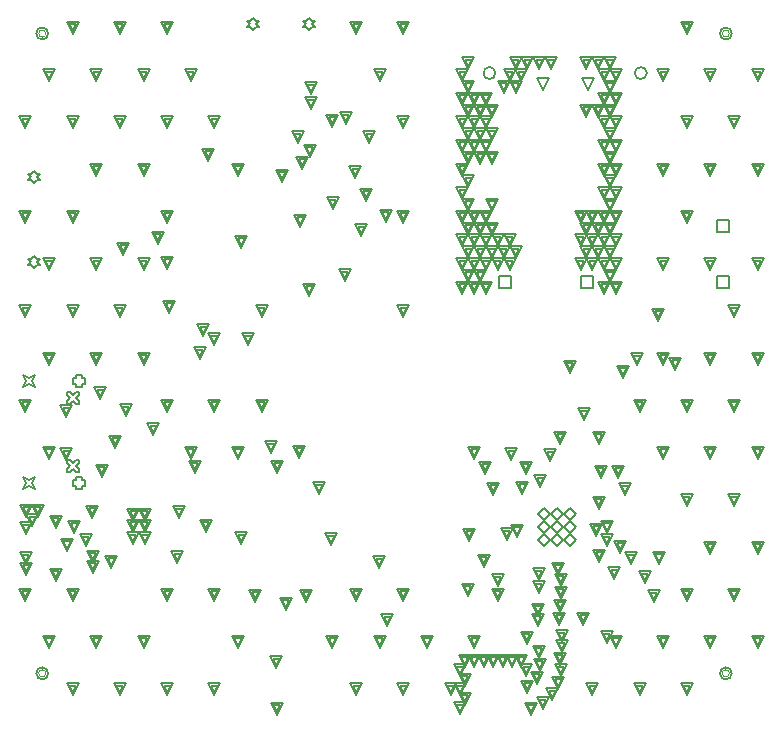
<source format=gbr>
%TF.GenerationSoftware,Altium Limited,Altium Designer,24.4.1 (13)*%
G04 Layer_Color=2752767*
%FSLAX45Y45*%
%MOMM*%
%TF.SameCoordinates,EFC9E65E-F59A-4C70-970D-A36E2AA460D7*%
%TF.FilePolarity,Positive*%
%TF.FileFunction,Drawing*%
%TF.Part,Single*%
G01*
G75*
%TA.AperFunction,NonConductor*%
%ADD78C,0.12700*%
%ADD162C,0.16933*%
%ADD164C,0.10160*%
D78*
X7560000Y9476700D02*
X7509200Y9578300D01*
X7610800D01*
X7560000Y9476700D01*
X7179000D02*
X7128200Y9578300D01*
X7229800D01*
X7179000Y9476700D01*
X2872500Y7969200D02*
X2897900Y7994600D01*
X2923300D01*
X2897900Y8020000D01*
X2923300Y8045400D01*
X2897900D01*
X2872500Y8070800D01*
X2847100Y8045400D01*
X2821700D01*
X2847100Y8020000D01*
X2821700Y7994600D01*
X2847100D01*
X2872500Y7969200D01*
Y8689200D02*
X2897900Y8714600D01*
X2923300D01*
X2897900Y8740000D01*
X2923300Y8765400D01*
X2897900D01*
X2872500Y8790800D01*
X2847100Y8765400D01*
X2821700D01*
X2847100Y8740000D01*
X2821700Y8714600D01*
X2847100D01*
X2872500Y8689200D01*
X5197500Y9979200D02*
X5222900Y10004600D01*
X5248300D01*
X5222900Y10030000D01*
X5248300Y10055400D01*
X5222900D01*
X5197500Y10080800D01*
X5172100Y10055400D01*
X5146700D01*
X5172100Y10030000D01*
X5146700Y10004600D01*
X5172100D01*
X5197500Y9979200D01*
X4727500D02*
X4752900Y10004600D01*
X4778300D01*
X4752900Y10030000D01*
X4778300Y10055400D01*
X4752900D01*
X4727500Y10080800D01*
X4702100Y10055400D01*
X4676700D01*
X4702100Y10030000D01*
X4676700Y10004600D01*
X4702100D01*
X4727500Y9979200D01*
X2783700Y6961700D02*
X2809100Y7012500D01*
X2783700Y7063300D01*
X2834500Y7037900D01*
X2885300Y7063300D01*
X2859900Y7012500D01*
X2885300Y6961700D01*
X2834500Y6987100D01*
X2783700Y6961700D01*
Y6097700D02*
X2809100Y6148500D01*
X2783700Y6199300D01*
X2834500Y6173900D01*
X2885300Y6199300D01*
X2859900Y6148500D01*
X2885300Y6097700D01*
X2834500Y6123100D01*
X2783700Y6097700D01*
X3227100Y6987100D02*
Y6961700D01*
X3277900D01*
Y6987100D01*
X3303300D01*
Y7037900D01*
X3277900D01*
Y7063300D01*
X3227100D01*
Y7037900D01*
X3201700D01*
Y6987100D01*
X3227100D01*
Y6123100D02*
Y6097700D01*
X3277900D01*
Y6123100D01*
X3303300D01*
Y6173900D01*
X3277900D01*
Y6199300D01*
X3227100D01*
Y6173900D01*
X3201700D01*
Y6123100D01*
X3227100D01*
X3151700Y6240700D02*
X3177100D01*
X3202500Y6266100D01*
X3227900Y6240700D01*
X3253300D01*
Y6266100D01*
X3227900Y6291500D01*
X3253300Y6316900D01*
Y6342300D01*
X3227900D01*
X3202500Y6316900D01*
X3177100Y6342300D01*
X3151700D01*
Y6316900D01*
X3177100Y6291500D01*
X3151700Y6266100D01*
Y6240700D01*
Y6818700D02*
X3177100D01*
X3202500Y6844100D01*
X3227900Y6818700D01*
X3253300D01*
Y6844100D01*
X3227900Y6869500D01*
X3253300Y6894900D01*
Y6920300D01*
X3227900D01*
X3202500Y6894900D01*
X3177100Y6920300D01*
X3151700D01*
Y6894900D01*
X3177100Y6869500D01*
X3151700Y6844100D01*
Y6818700D01*
X8658344Y8269610D02*
Y8371210D01*
X8759944D01*
Y8269610D01*
X8658344D01*
Y7799710D02*
Y7901310D01*
X8759944D01*
Y7799710D01*
X8658344D01*
X7507724D02*
Y7901310D01*
X7609324D01*
Y7799710D01*
X7507724D01*
X6806684D02*
Y7901310D01*
X6908284D01*
Y7799710D01*
X6806684D01*
X4627500Y8136700D02*
X4576700Y8238300D01*
X4678300D01*
X4627500Y8136700D01*
Y8157020D02*
X4597020Y8217980D01*
X4657980D01*
X4627500Y8157020D01*
X4305000Y7389200D02*
X4254200Y7490800D01*
X4355800D01*
X4305000Y7389200D01*
Y7409520D02*
X4274520Y7470480D01*
X4335480D01*
X4305000Y7409520D01*
X4972500Y8699200D02*
X4921700Y8800800D01*
X5023300D01*
X4972500Y8699200D01*
Y8719520D02*
X4942020Y8780480D01*
X5002980D01*
X4972500Y8719520D01*
X7860000Y7036700D02*
X7809200Y7138300D01*
X7910800D01*
X7860000Y7036700D01*
Y7057020D02*
X7829520Y7117980D01*
X7890480D01*
X7860000Y7057020D01*
X4932500Y6234200D02*
X4881700Y6335800D01*
X4983300D01*
X4932500Y6234200D01*
Y6254520D02*
X4902020Y6315480D01*
X4962980D01*
X4932500Y6254520D01*
X8160000Y7519200D02*
X8109200Y7620800D01*
X8210800D01*
X8160000Y7519200D01*
Y7539520D02*
X8129520Y7600480D01*
X8190480D01*
X8160000Y7539520D01*
X7655000Y6476700D02*
X7604200Y6578300D01*
X7705800D01*
X7655000Y6476700D01*
Y6497020D02*
X7624520Y6557980D01*
X7685480D01*
X7655000Y6497020D01*
X7528816Y6678016D02*
X7478016Y6779616D01*
X7579616D01*
X7528816Y6678016D01*
Y6698336D02*
X7498336Y6759296D01*
X7559296D01*
X7528816Y6698336D01*
X7408628Y7080327D02*
X7357828Y7181927D01*
X7459428D01*
X7408628Y7080327D01*
Y7100647D02*
X7378148Y7161607D01*
X7439108D01*
X7408628Y7100647D01*
X7045000Y4786700D02*
X6994200Y4888300D01*
X7095800D01*
X7045000Y4786700D01*
Y4807020D02*
X7014520Y4867980D01*
X7075480D01*
X7045000Y4807020D01*
X8999999Y9549199D02*
X8949199Y9650799D01*
X9050799D01*
X8999999Y9549199D01*
Y9569519D02*
X8969519Y9630479D01*
X9030479D01*
X8999999Y9569519D01*
X8799999Y9149199D02*
X8749199Y9250799D01*
X8850799D01*
X8799999Y9149199D01*
Y9169519D02*
X8769519Y9230479D01*
X8830479D01*
X8799999Y9169519D01*
X8999999Y8749199D02*
X8949199Y8850799D01*
X9050799D01*
X8999999Y8749199D01*
Y8769519D02*
X8969519Y8830479D01*
X9030479D01*
X8999999Y8769519D01*
Y7949199D02*
X8949199Y8050799D01*
X9050799D01*
X8999999Y7949199D01*
Y7969519D02*
X8969519Y8030479D01*
X9030479D01*
X8999999Y7969519D01*
X8799999Y7549199D02*
X8749199Y7650799D01*
X8850799D01*
X8799999Y7549199D01*
Y7569519D02*
X8769519Y7630479D01*
X8830479D01*
X8799999Y7569519D01*
X8999999Y7149199D02*
X8949199Y7250799D01*
X9050799D01*
X8999999Y7149199D01*
Y7169519D02*
X8969519Y7230479D01*
X9030479D01*
X8999999Y7169519D01*
X8799999Y6749199D02*
X8749199Y6850799D01*
X8850799D01*
X8799999Y6749199D01*
Y6769519D02*
X8769519Y6830479D01*
X8830479D01*
X8799999Y6769519D01*
X8999999Y6349199D02*
X8949199Y6450799D01*
X9050799D01*
X8999999Y6349199D01*
Y6369519D02*
X8969519Y6430479D01*
X9030479D01*
X8999999Y6369519D01*
X8799999Y5949199D02*
X8749199Y6050799D01*
X8850799D01*
X8799999Y5949199D01*
Y5969519D02*
X8769519Y6030479D01*
X8830479D01*
X8799999Y5969519D01*
X8999999Y5549199D02*
X8949199Y5650799D01*
X9050799D01*
X8999999Y5549199D01*
Y5569519D02*
X8969519Y5630479D01*
X9030479D01*
X8999999Y5569519D01*
X8799999Y5149200D02*
X8749199Y5250800D01*
X8850799D01*
X8799999Y5149200D01*
Y5169520D02*
X8769519Y5230480D01*
X8830479D01*
X8799999Y5169520D01*
X8999999Y4749200D02*
X8949199Y4850800D01*
X9050799D01*
X8999999Y4749200D01*
Y4769520D02*
X8969519Y4830480D01*
X9030479D01*
X8999999Y4769520D01*
X8399999Y9949199D02*
X8349199Y10050799D01*
X8450799D01*
X8399999Y9949199D01*
Y9969519D02*
X8369519Y10030479D01*
X8430479D01*
X8399999Y9969519D01*
X8599999Y9549199D02*
X8549199Y9650799D01*
X8650799D01*
X8599999Y9549199D01*
Y9569519D02*
X8569519Y9630479D01*
X8630479D01*
X8599999Y9569519D01*
X8399999Y9149199D02*
X8349199Y9250799D01*
X8450799D01*
X8399999Y9149199D01*
Y9169519D02*
X8369519Y9230479D01*
X8430479D01*
X8399999Y9169519D01*
X8599999Y8749199D02*
X8549199Y8850799D01*
X8650799D01*
X8599999Y8749199D01*
Y8769519D02*
X8569519Y8830479D01*
X8630479D01*
X8599999Y8769519D01*
X8399999Y8349199D02*
X8349199Y8450799D01*
X8450799D01*
X8399999Y8349199D01*
Y8369519D02*
X8369519Y8430479D01*
X8430479D01*
X8399999Y8369519D01*
X8599999Y7949199D02*
X8549199Y8050799D01*
X8650799D01*
X8599999Y7949199D01*
Y7969519D02*
X8569519Y8030479D01*
X8630479D01*
X8599999Y7969519D01*
Y7149199D02*
X8549199Y7250799D01*
X8650799D01*
X8599999Y7149199D01*
Y7169519D02*
X8569519Y7230479D01*
X8630479D01*
X8599999Y7169519D01*
X8399999Y6749199D02*
X8349199Y6850799D01*
X8450799D01*
X8399999Y6749199D01*
Y6769519D02*
X8369519Y6830479D01*
X8430479D01*
X8399999Y6769519D01*
X8599999Y6349199D02*
X8549199Y6450799D01*
X8650799D01*
X8599999Y6349199D01*
Y6369519D02*
X8569519Y6430479D01*
X8630479D01*
X8599999Y6369519D01*
X8399999Y5949199D02*
X8349199Y6050799D01*
X8450799D01*
X8399999Y5949199D01*
Y5969519D02*
X8369519Y6030479D01*
X8430479D01*
X8399999Y5969519D01*
X8599999Y5549199D02*
X8549199Y5650799D01*
X8650799D01*
X8599999Y5549199D01*
Y5569519D02*
X8569519Y5630479D01*
X8630479D01*
X8599999Y5569519D01*
X8399999Y5149200D02*
X8349199Y5250800D01*
X8450799D01*
X8399999Y5149200D01*
Y5169520D02*
X8369519Y5230480D01*
X8430479D01*
X8399999Y5169520D01*
X8599999Y4749200D02*
X8549199Y4850800D01*
X8650799D01*
X8599999Y4749200D01*
Y4769520D02*
X8569519Y4830480D01*
X8630479D01*
X8599999Y4769520D01*
X8399999Y4349200D02*
X8349199Y4450800D01*
X8450799D01*
X8399999Y4349200D01*
Y4369520D02*
X8369519Y4430480D01*
X8430479D01*
X8399999Y4369520D01*
X8199999Y9549199D02*
X8149199Y9650799D01*
X8250799D01*
X8199999Y9549199D01*
Y9569519D02*
X8169519Y9630479D01*
X8230479D01*
X8199999Y9569519D01*
Y8749199D02*
X8149199Y8850799D01*
X8250799D01*
X8199999Y8749199D01*
Y8769519D02*
X8169519Y8830479D01*
X8230479D01*
X8199999Y8769519D01*
Y7949199D02*
X8149199Y8050799D01*
X8250799D01*
X8199999Y7949199D01*
Y7969519D02*
X8169519Y8030479D01*
X8230479D01*
X8199999Y7969519D01*
Y7149199D02*
X8149199Y7250799D01*
X8250799D01*
X8199999Y7149199D01*
Y7169519D02*
X8169519Y7230479D01*
X8230479D01*
X8199999Y7169519D01*
X7999999Y6749199D02*
X7949199Y6850799D01*
X8050799D01*
X7999999Y6749199D01*
Y6769519D02*
X7969519Y6830479D01*
X8030479D01*
X7999999Y6769519D01*
X8199999Y6349199D02*
X8149199Y6450799D01*
X8250799D01*
X8199999Y6349199D01*
Y6369519D02*
X8169519Y6430479D01*
X8230479D01*
X8199999Y6369519D01*
Y4749200D02*
X8149199Y4850800D01*
X8250799D01*
X8199999Y4749200D01*
Y4769520D02*
X8169519Y4830480D01*
X8230479D01*
X8199999Y4769520D01*
X7999999Y4349200D02*
X7949199Y4450800D01*
X8050799D01*
X7999999Y4349200D01*
Y4369520D02*
X7969519Y4430480D01*
X8030479D01*
X7999999Y4369520D01*
X7799999Y4749200D02*
X7749199Y4850800D01*
X7850799D01*
X7799999Y4749200D01*
Y4769520D02*
X7769519Y4830480D01*
X7830479D01*
X7799999Y4769520D01*
X7599999Y4349200D02*
X7549199Y4450800D01*
X7650799D01*
X7599999Y4349200D01*
Y4369520D02*
X7569519Y4430480D01*
X7630479D01*
X7599999Y4369520D01*
X6799999Y5149200D02*
X6749199Y5250800D01*
X6850799D01*
X6799999Y5149200D01*
Y5169520D02*
X6769519Y5230480D01*
X6830479D01*
X6799999Y5169520D01*
X6599999Y6349199D02*
X6549199Y6450799D01*
X6650799D01*
X6599999Y6349199D01*
Y6369519D02*
X6569519Y6430479D01*
X6630479D01*
X6599999Y6369519D01*
Y4749200D02*
X6549199Y4850800D01*
X6650799D01*
X6599999Y4749200D01*
Y4769520D02*
X6569519Y4830480D01*
X6630479D01*
X6599999Y4769520D01*
X6399999Y4349200D02*
X6349199Y4450800D01*
X6450799D01*
X6399999Y4349200D01*
Y4369520D02*
X6369519Y4430480D01*
X6430479D01*
X6399999Y4369520D01*
X5999999Y9949199D02*
X5949199Y10050799D01*
X6050799D01*
X5999999Y9949199D01*
Y9969519D02*
X5969519Y10030479D01*
X6030479D01*
X5999999Y9969519D01*
Y9149199D02*
X5949199Y9250799D01*
X6050799D01*
X5999999Y9149199D01*
Y9169519D02*
X5969519Y9230479D01*
X6030479D01*
X5999999Y9169519D01*
Y8349199D02*
X5949199Y8450799D01*
X6050799D01*
X5999999Y8349199D01*
Y8369519D02*
X5969519Y8430479D01*
X6030479D01*
X5999999Y8369519D01*
Y7549199D02*
X5949199Y7650799D01*
X6050799D01*
X5999999Y7549199D01*
Y7569519D02*
X5969519Y7630479D01*
X6030479D01*
X5999999Y7569519D01*
Y5149200D02*
X5949199Y5250800D01*
X6050799D01*
X5999999Y5149200D01*
Y5169520D02*
X5969519Y5230480D01*
X6030479D01*
X5999999Y5169520D01*
X6199999Y4749200D02*
X6149199Y4850800D01*
X6250799D01*
X6199999Y4749200D01*
Y4769520D02*
X6169519Y4830480D01*
X6230479D01*
X6199999Y4769520D01*
X5999999Y4349200D02*
X5949199Y4450800D01*
X6050799D01*
X5999999Y4349200D01*
Y4369520D02*
X5969519Y4430480D01*
X6030479D01*
X5999999Y4369520D01*
X5599999Y9949199D02*
X5549199Y10050799D01*
X5650799D01*
X5599999Y9949199D01*
Y9969519D02*
X5569519Y10030479D01*
X5630479D01*
X5599999Y9969519D01*
X5799999Y9549199D02*
X5749199Y9650799D01*
X5850799D01*
X5799999Y9549199D01*
Y9569519D02*
X5769519Y9630479D01*
X5830479D01*
X5799999Y9569519D01*
X5599999Y5149200D02*
X5549199Y5250800D01*
X5650799D01*
X5599999Y5149200D01*
Y5169520D02*
X5569519Y5230480D01*
X5630479D01*
X5599999Y5169520D01*
X5799999Y4749200D02*
X5749199Y4850800D01*
X5850799D01*
X5799999Y4749200D01*
Y4769520D02*
X5769519Y4830480D01*
X5830479D01*
X5799999Y4769520D01*
X5599999Y4349200D02*
X5549199Y4450800D01*
X5650799D01*
X5599999Y4349200D01*
Y4369520D02*
X5569519Y4430480D01*
X5630479D01*
X5599999Y4369520D01*
X5399999Y4749200D02*
X5349199Y4850800D01*
X5450799D01*
X5399999Y4749200D01*
Y4769520D02*
X5369519Y4830480D01*
X5430479D01*
X5399999Y4769520D01*
X4800000Y7549199D02*
X4749200Y7650799D01*
X4850800D01*
X4800000Y7549199D01*
Y7569519D02*
X4769520Y7630479D01*
X4830480D01*
X4800000Y7569519D01*
Y6749199D02*
X4749200Y6850799D01*
X4850800D01*
X4800000Y6749199D01*
Y6769519D02*
X4769520Y6830479D01*
X4830480D01*
X4800000Y6769519D01*
X4400000Y9149199D02*
X4349200Y9250799D01*
X4450800D01*
X4400000Y9149199D01*
Y9169519D02*
X4369520Y9230479D01*
X4430480D01*
X4400000Y9169519D01*
X4599999Y8749199D02*
X4549199Y8850799D01*
X4650799D01*
X4599999Y8749199D01*
Y8769519D02*
X4569519Y8830479D01*
X4630479D01*
X4599999Y8769519D01*
X4400000Y6749199D02*
X4349200Y6850799D01*
X4450800D01*
X4400000Y6749199D01*
Y6769519D02*
X4369520Y6830479D01*
X4430480D01*
X4400000Y6769519D01*
X4599999Y6349199D02*
X4549199Y6450799D01*
X4650799D01*
X4599999Y6349199D01*
Y6369519D02*
X4569519Y6430479D01*
X4630479D01*
X4599999Y6369519D01*
X4400000Y5149200D02*
X4349200Y5250800D01*
X4450800D01*
X4400000Y5149200D01*
Y5169520D02*
X4369520Y5230480D01*
X4430480D01*
X4400000Y5169520D01*
X4599999Y4749200D02*
X4549199Y4850800D01*
X4650799D01*
X4599999Y4749200D01*
Y4769520D02*
X4569519Y4830480D01*
X4630479D01*
X4599999Y4769520D01*
X4400000Y4349200D02*
X4349200Y4450800D01*
X4450800D01*
X4400000Y4349200D01*
Y4369520D02*
X4369520Y4430480D01*
X4430480D01*
X4400000Y4369520D01*
X4000000Y9949199D02*
X3949200Y10050799D01*
X4050800D01*
X4000000Y9949199D01*
Y9969519D02*
X3969520Y10030479D01*
X4030480D01*
X4000000Y9969519D01*
X4199999Y9549199D02*
X4149199Y9650799D01*
X4250799D01*
X4199999Y9549199D01*
Y9569519D02*
X4169519Y9630479D01*
X4230479D01*
X4199999Y9569519D01*
X4000000Y9149199D02*
X3949200Y9250799D01*
X4050800D01*
X4000000Y9149199D01*
Y9169519D02*
X3969520Y9230479D01*
X4030480D01*
X4000000Y9169519D01*
Y8349199D02*
X3949200Y8450799D01*
X4050800D01*
X4000000Y8349199D01*
Y8369519D02*
X3969520Y8430479D01*
X4030480D01*
X4000000Y8369519D01*
Y6749199D02*
X3949200Y6850799D01*
X4050800D01*
X4000000Y6749199D01*
Y6769519D02*
X3969520Y6830479D01*
X4030480D01*
X4000000Y6769519D01*
X4199999Y6349199D02*
X4149199Y6450799D01*
X4250799D01*
X4199999Y6349199D01*
Y6369519D02*
X4169519Y6430479D01*
X4230479D01*
X4199999Y6369519D01*
X4000000Y5149200D02*
X3949200Y5250800D01*
X4050800D01*
X4000000Y5149200D01*
Y5169520D02*
X3969520Y5230480D01*
X4030480D01*
X4000000Y5169520D01*
Y4349200D02*
X3949200Y4450800D01*
X4050800D01*
X4000000Y4349200D01*
Y4369520D02*
X3969520Y4430480D01*
X4030480D01*
X4000000Y4369520D01*
X3600000Y9949199D02*
X3549200Y10050799D01*
X3650800D01*
X3600000Y9949199D01*
Y9969519D02*
X3569520Y10030479D01*
X3630480D01*
X3600000Y9969519D01*
X3800000Y9549199D02*
X3749200Y9650799D01*
X3850800D01*
X3800000Y9549199D01*
Y9569519D02*
X3769520Y9630479D01*
X3830480D01*
X3800000Y9569519D01*
X3600000Y9149199D02*
X3549200Y9250799D01*
X3650800D01*
X3600000Y9149199D01*
Y9169519D02*
X3569520Y9230479D01*
X3630480D01*
X3600000Y9169519D01*
X3800000Y8749199D02*
X3749200Y8850799D01*
X3850800D01*
X3800000Y8749199D01*
Y8769519D02*
X3769520Y8830479D01*
X3830480D01*
X3800000Y8769519D01*
Y7949199D02*
X3749200Y8050799D01*
X3850800D01*
X3800000Y7949199D01*
Y7969519D02*
X3769520Y8030479D01*
X3830480D01*
X3800000Y7969519D01*
X3600000Y7549199D02*
X3549200Y7650799D01*
X3650800D01*
X3600000Y7549199D01*
Y7569519D02*
X3569520Y7630479D01*
X3630480D01*
X3600000Y7569519D01*
X3800000Y7149199D02*
X3749200Y7250799D01*
X3850800D01*
X3800000Y7149199D01*
Y7169519D02*
X3769520Y7230479D01*
X3830480D01*
X3800000Y7169519D01*
Y4749200D02*
X3749200Y4850800D01*
X3850800D01*
X3800000Y4749200D01*
Y4769520D02*
X3769520Y4830480D01*
X3830480D01*
X3800000Y4769520D01*
X3600000Y4349200D02*
X3549200Y4450800D01*
X3650800D01*
X3600000Y4349200D01*
Y4369520D02*
X3569520Y4430480D01*
X3630480D01*
X3600000Y4369520D01*
X3200000Y9949199D02*
X3149200Y10050799D01*
X3250800D01*
X3200000Y9949199D01*
Y9969519D02*
X3169520Y10030479D01*
X3230480D01*
X3200000Y9969519D01*
X3400000Y9549199D02*
X3349200Y9650799D01*
X3450800D01*
X3400000Y9549199D01*
Y9569519D02*
X3369520Y9630479D01*
X3430480D01*
X3400000Y9569519D01*
X3200000Y9149199D02*
X3149200Y9250799D01*
X3250800D01*
X3200000Y9149199D01*
Y9169519D02*
X3169520Y9230479D01*
X3230480D01*
X3200000Y9169519D01*
X3400000Y8749199D02*
X3349200Y8850799D01*
X3450800D01*
X3400000Y8749199D01*
Y8769519D02*
X3369520Y8830479D01*
X3430480D01*
X3400000Y8769519D01*
X3200000Y8349199D02*
X3149200Y8450799D01*
X3250800D01*
X3200000Y8349199D01*
Y8369519D02*
X3169520Y8430479D01*
X3230480D01*
X3200000Y8369519D01*
X3400000Y7949199D02*
X3349200Y8050799D01*
X3450800D01*
X3400000Y7949199D01*
Y7969519D02*
X3369520Y8030479D01*
X3430480D01*
X3400000Y7969519D01*
X3200000Y7549199D02*
X3149200Y7650799D01*
X3250800D01*
X3200000Y7549199D01*
Y7569519D02*
X3169520Y7630479D01*
X3230480D01*
X3200000Y7569519D01*
X3400000Y7149199D02*
X3349200Y7250799D01*
X3450800D01*
X3400000Y7149199D01*
Y7169519D02*
X3369520Y7230479D01*
X3430480D01*
X3400000Y7169519D01*
X3200000Y5149200D02*
X3149200Y5250800D01*
X3250800D01*
X3200000Y5149200D01*
Y5169520D02*
X3169520Y5230480D01*
X3230480D01*
X3200000Y5169520D01*
X3400000Y4749200D02*
X3349200Y4850800D01*
X3450800D01*
X3400000Y4749200D01*
Y4769520D02*
X3369520Y4830480D01*
X3430480D01*
X3400000Y4769520D01*
X3200000Y4349200D02*
X3149200Y4450800D01*
X3250800D01*
X3200000Y4349200D01*
Y4369520D02*
X3169520Y4430480D01*
X3230480D01*
X3200000Y4369520D01*
X3000000Y9549199D02*
X2949200Y9650799D01*
X3050800D01*
X3000000Y9549199D01*
Y9569519D02*
X2969520Y9630479D01*
X3030480D01*
X3000000Y9569519D01*
X2800000Y9149199D02*
X2749200Y9250799D01*
X2850800D01*
X2800000Y9149199D01*
Y9169519D02*
X2769520Y9230479D01*
X2830480D01*
X2800000Y9169519D01*
Y8349199D02*
X2749200Y8450799D01*
X2850800D01*
X2800000Y8349199D01*
Y8369519D02*
X2769520Y8430479D01*
X2830480D01*
X2800000Y8369519D01*
X3000000Y7949199D02*
X2949200Y8050799D01*
X3050800D01*
X3000000Y7949199D01*
Y7969519D02*
X2969520Y8030479D01*
X3030480D01*
X3000000Y7969519D01*
X2800000Y7549199D02*
X2749200Y7650799D01*
X2850800D01*
X2800000Y7549199D01*
Y7569519D02*
X2769520Y7630479D01*
X2830480D01*
X2800000Y7569519D01*
X3000000Y7149199D02*
X2949200Y7250799D01*
X3050800D01*
X3000000Y7149199D01*
Y7169519D02*
X2969520Y7230479D01*
X3030480D01*
X3000000Y7169519D01*
X2800000Y6749199D02*
X2749200Y6850799D01*
X2850800D01*
X2800000Y6749199D01*
Y6769519D02*
X2769520Y6830479D01*
X2830480D01*
X2800000Y6769519D01*
X3000000Y6349199D02*
X2949200Y6450799D01*
X3050800D01*
X3000000Y6349199D01*
Y6369519D02*
X2969520Y6430479D01*
X3030480D01*
X3000000Y6369519D01*
X2800000Y5149200D02*
X2749200Y5250800D01*
X2850800D01*
X2800000Y5149200D01*
Y5169520D02*
X2769520Y5230480D01*
X2830480D01*
X2800000Y5169520D01*
X3000000Y4749200D02*
X2949200Y4850800D01*
X3050800D01*
X3000000Y4749200D01*
Y4769520D02*
X2969520Y4830480D01*
X3030480D01*
X3000000Y4769520D01*
X4927500Y4184200D02*
X4876700Y4285800D01*
X4978300D01*
X4927500Y4184200D01*
Y4204520D02*
X4897020Y4265480D01*
X4957980D01*
X4927500Y4204520D01*
X4925000Y4576700D02*
X4874200Y4678300D01*
X4975800D01*
X4925000Y4576700D01*
Y4597020D02*
X4894520Y4657980D01*
X4955480D01*
X4925000Y4597020D01*
X3630000Y8079200D02*
X3579200Y8180800D01*
X3680800D01*
X3630000Y8079200D01*
Y8099520D02*
X3599520Y8160480D01*
X3660480D01*
X3630000Y8099520D01*
X3920000Y8171700D02*
X3869200Y8273300D01*
X3970800D01*
X3920000Y8171700D01*
Y8192020D02*
X3889520Y8252980D01*
X3950480D01*
X3920000Y8192020D01*
X4347500Y8876700D02*
X4296700Y8978300D01*
X4398300D01*
X4347500Y8876700D01*
Y8897020D02*
X4317020Y8957980D01*
X4377980D01*
X4347500Y8897020D01*
X5400000Y9164200D02*
X5349200Y9265800D01*
X5450800D01*
X5400000Y9164200D01*
Y9184520D02*
X5369520Y9245480D01*
X5430480D01*
X5400000Y9184520D01*
X5105000Y9024200D02*
X5054200Y9125800D01*
X5155800D01*
X5105000Y9024200D01*
Y9044520D02*
X5074520Y9105480D01*
X5135480D01*
X5105000Y9044520D01*
X5207500Y8906700D02*
X5156700Y9008300D01*
X5258300D01*
X5207500Y8906700D01*
Y8927020D02*
X5177020Y8987980D01*
X5237980D01*
X5207500Y8927020D01*
X5127500Y8314200D02*
X5076700Y8415800D01*
X5178300D01*
X5127500Y8314200D01*
Y8334520D02*
X5097020Y8395480D01*
X5157980D01*
X5127500Y8334520D01*
X5642500Y8236700D02*
X5591700Y8338300D01*
X5693300D01*
X5642500Y8236700D01*
Y8257020D02*
X5612020Y8317980D01*
X5672980D01*
X5642500Y8257020D01*
X5505000Y7854200D02*
X5454200Y7955800D01*
X5555800D01*
X5505000Y7854200D01*
Y7874520D02*
X5474520Y7935480D01*
X5535480D01*
X5505000Y7874520D01*
X5205000Y7729200D02*
X5154200Y7830800D01*
X5255800D01*
X5205000Y7729200D01*
Y7749520D02*
X5174520Y7810480D01*
X5235480D01*
X5205000Y7749520D01*
X7977500Y7144200D02*
X7926700Y7245800D01*
X8028300D01*
X7977500Y7144200D01*
Y7164520D02*
X7947020Y7225480D01*
X8007980D01*
X7977500Y7164520D01*
X7525000Y4946700D02*
X7474200Y5048300D01*
X7575800D01*
X7525000Y4946700D01*
Y4967020D02*
X7494520Y5027980D01*
X7555480D01*
X7525000Y4967020D01*
X7720000Y4789200D02*
X7669200Y4890800D01*
X7770800D01*
X7720000Y4789200D01*
Y4809520D02*
X7689520Y4870480D01*
X7750480D01*
X7720000Y4809520D01*
X8045000Y5296700D02*
X7994200Y5398300D01*
X8095800D01*
X8045000Y5296700D01*
Y5317020D02*
X8014520Y5377980D01*
X8075480D01*
X8045000Y5317020D01*
X7820000Y6191700D02*
X7769200Y6293300D01*
X7870800D01*
X7820000Y6191700D01*
Y6212020D02*
X7789520Y6272980D01*
X7850480D01*
X7820000Y6212020D01*
X7875987Y6041168D02*
X7825187Y6142768D01*
X7926787D01*
X7875987Y6041168D01*
Y6061488D02*
X7845507Y6122448D01*
X7906467D01*
X7875987Y6061488D01*
X6912500Y6339200D02*
X6861700Y6440800D01*
X6963300D01*
X6912500Y6339200D01*
Y6359520D02*
X6882020Y6420480D01*
X6942980D01*
X6912500Y6359520D01*
X6762500Y6049200D02*
X6711700Y6150800D01*
X6813300D01*
X6762500Y6049200D01*
Y6069520D02*
X6732020Y6130480D01*
X6792980D01*
X6762500Y6069520D01*
X5865000Y4934200D02*
X5814200Y5035800D01*
X5915800D01*
X5865000Y4934200D01*
Y4954520D02*
X5834520Y5015480D01*
X5895480D01*
X5865000Y4954520D01*
X4627500Y5626700D02*
X4576700Y5728300D01*
X4678300D01*
X4627500Y5626700D01*
Y5647020D02*
X4597020Y5707980D01*
X4657980D01*
X4627500Y5647020D01*
X4327500Y5734200D02*
X4276700Y5835800D01*
X4378300D01*
X4327500Y5734200D01*
Y5754520D02*
X4297020Y5815480D01*
X4357980D01*
X4327500Y5754520D01*
X4100000Y5846700D02*
X4049200Y5948300D01*
X4150800D01*
X4100000Y5846700D01*
Y5867020D02*
X4069520Y5927980D01*
X4130480D01*
X4100000Y5867020D01*
X4235000Y6234200D02*
X4184200Y6335800D01*
X4285800D01*
X4235000Y6234200D01*
Y6254520D02*
X4204520Y6315480D01*
X4265480D01*
X4235000Y6254520D01*
X2802500Y5459200D02*
X2751700Y5560800D01*
X2853300D01*
X2802500Y5459200D01*
Y5479520D02*
X2772020Y5540480D01*
X2832980D01*
X2802500Y5479520D01*
X3310000Y5611700D02*
X3259200Y5713300D01*
X3360800D01*
X3310000Y5611700D01*
Y5632020D02*
X3279520Y5692980D01*
X3340480D01*
X3310000Y5632020D01*
X3212500Y5724200D02*
X3161700Y5825800D01*
X3263300D01*
X3212500Y5724200D01*
Y5744520D02*
X3182020Y5805480D01*
X3242980D01*
X3212500Y5744520D01*
X7137697Y5661382D02*
X7188497Y5712182D01*
X7239297Y5661382D01*
X7188497Y5610582D01*
X7137697Y5661382D01*
Y5771382D02*
X7188497Y5822182D01*
X7239297Y5771382D01*
X7188497Y5720582D01*
X7137697Y5771382D01*
Y5881382D02*
X7188497Y5932182D01*
X7239297Y5881382D01*
X7188497Y5830582D01*
X7137697Y5881382D01*
X7247697Y5661382D02*
X7298497Y5712182D01*
X7349297Y5661382D01*
X7298497Y5610582D01*
X7247697Y5661382D01*
Y5771382D02*
X7298497Y5822182D01*
X7349297Y5771382D01*
X7298497Y5720582D01*
X7247697Y5771382D01*
Y5881382D02*
X7298497Y5932182D01*
X7349297Y5881382D01*
X7298497Y5830582D01*
X7247697Y5881382D01*
X7357697Y5661382D02*
X7408497Y5712182D01*
X7459297Y5661382D01*
X7408497Y5610582D01*
X7357697Y5661382D01*
Y5771382D02*
X7408497Y5822182D01*
X7459297Y5771382D01*
X7408497Y5720582D01*
X7357697Y5771382D01*
Y5881382D02*
X7408497Y5932182D01*
X7459297Y5881382D01*
X7408497Y5830582D01*
X7357697Y5881382D01*
X7787446Y5331269D02*
X7736646Y5432869D01*
X7838246D01*
X7787446Y5331269D01*
Y5351589D02*
X7756966Y5412549D01*
X7817926D01*
X7787446Y5351589D01*
X7660000Y5479200D02*
X7609200Y5580800D01*
X7710800D01*
X7660000Y5479200D01*
Y5499520D02*
X7629520Y5560480D01*
X7690480D01*
X7660000Y5499520D01*
X5402500Y8464200D02*
X5351700Y8565800D01*
X5453300D01*
X5402500Y8464200D01*
Y8484520D02*
X5372020Y8545480D01*
X5432980D01*
X5402500Y8484520D01*
X5687500Y8536700D02*
X5636700Y8638300D01*
X5738300D01*
X5687500Y8536700D01*
Y8557020D02*
X5657020Y8617980D01*
X5717980D01*
X5687500Y8557020D01*
X3370000Y5386700D02*
X3319200Y5488300D01*
X3420800D01*
X3370000Y5386700D01*
Y5407020D02*
X3339520Y5467980D01*
X3400480D01*
X3370000Y5407020D01*
Y5471700D02*
X3319200Y5573300D01*
X3420800D01*
X3370000Y5471700D01*
Y5492020D02*
X3339520Y5552980D01*
X3400480D01*
X3370000Y5492020D01*
X3527500Y5426700D02*
X3476700Y5528300D01*
X3578300D01*
X3527500Y5426700D01*
Y5447020D02*
X3497020Y5507980D01*
X3557980D01*
X3527500Y5447020D01*
X3365000Y5851700D02*
X3314200Y5953300D01*
X3415800D01*
X3365000Y5851700D01*
Y5872020D02*
X3334520Y5932980D01*
X3395480D01*
X3365000Y5872020D01*
X3057500Y5769200D02*
X3006700Y5870800D01*
X3108300D01*
X3057500Y5769200D01*
Y5789520D02*
X3027020Y5850480D01*
X3087980D01*
X3057500Y5789520D01*
X2807500Y5369200D02*
X2756700Y5470800D01*
X2858300D01*
X2807500Y5369200D01*
Y5389520D02*
X2777020Y5450480D01*
X2837980D01*
X2807500Y5389520D01*
X6600008Y4589205D02*
X6549208Y4690805D01*
X6650808D01*
X6600008Y4589205D01*
Y4609525D02*
X6569528Y4670485D01*
X6630488D01*
X6600008Y4609525D01*
X7040008Y4509205D02*
X6989208Y4610805D01*
X7090808D01*
X7040008Y4509205D01*
Y4529525D02*
X7009528Y4590485D01*
X7070488D01*
X7040008Y4529525D01*
X6480008Y4189205D02*
X6429208Y4290805D01*
X6530808D01*
X6480008Y4189205D01*
Y4209525D02*
X6449528Y4270485D01*
X6510488D01*
X6480008Y4209525D01*
Y4509205D02*
X6429208Y4610805D01*
X6530808D01*
X6480008Y4509205D01*
Y4529525D02*
X6449528Y4590485D01*
X6510488D01*
X6480008Y4529525D01*
X6520008Y4269205D02*
X6469208Y4370805D01*
X6570808D01*
X6520008Y4269205D01*
Y4289525D02*
X6489528Y4350485D01*
X6550488D01*
X6520008Y4289525D01*
X7000008Y4589205D02*
X6949208Y4690805D01*
X7050808D01*
X7000008Y4589205D01*
Y4609525D02*
X6969528Y4670485D01*
X7030488D01*
X7000008Y4609525D01*
X6920008Y4589205D02*
X6869208Y4690805D01*
X6970808D01*
X6920008Y4589205D01*
Y4609525D02*
X6889528Y4670485D01*
X6950488D01*
X6920008Y4609525D01*
X6520008Y4589205D02*
X6469208Y4690805D01*
X6570808D01*
X6520008Y4589205D01*
Y4609525D02*
X6489528Y4670485D01*
X6550488D01*
X6520008Y4609525D01*
X6680008Y4589205D02*
X6629208Y4690805D01*
X6730808D01*
X6680008Y4589205D01*
Y4609525D02*
X6649528Y4670485D01*
X6710488D01*
X6680008Y4609525D01*
X6480008Y4349205D02*
X6429208Y4450805D01*
X6530808D01*
X6480008Y4349205D01*
Y4369525D02*
X6449528Y4430485D01*
X6510488D01*
X6480008Y4369525D01*
X6520008Y4429205D02*
X6469208Y4530805D01*
X6570808D01*
X6520008Y4429205D01*
Y4449525D02*
X6489528Y4510485D01*
X6550488D01*
X6520008Y4449525D01*
X6760008Y4589205D02*
X6709208Y4690805D01*
X6810808D01*
X6760008Y4589205D01*
Y4609525D02*
X6729528Y4670485D01*
X6790488D01*
X6760008Y4609525D01*
X6840008Y4589205D02*
X6789208Y4690805D01*
X6890808D01*
X6840008Y4589205D01*
Y4609525D02*
X6809528Y4670485D01*
X6870488D01*
X6840008Y4609525D01*
X3055000Y5319200D02*
X3004200Y5420800D01*
X3105800D01*
X3055000Y5319200D01*
Y5339520D02*
X3024520Y5400480D01*
X3085480D01*
X3055000Y5339520D01*
X6557500Y5656700D02*
X6506700Y5758300D01*
X6608300D01*
X6557500Y5656700D01*
Y5677020D02*
X6527020Y5737980D01*
X6587980D01*
X6557500Y5677020D01*
X6680000Y5436700D02*
X6629200Y5538300D01*
X6730800D01*
X6680000Y5436700D01*
Y5457020D02*
X6649520Y5517980D01*
X6710480D01*
X6680000Y5457020D01*
X4880000Y6396700D02*
X4829200Y6498300D01*
X4930800D01*
X4880000Y6396700D01*
Y6417020D02*
X4849520Y6477980D01*
X4910480D01*
X4880000Y6417020D01*
X6797500Y5271700D02*
X6746700Y5373300D01*
X6848300D01*
X6797500Y5271700D01*
Y5292020D02*
X6767020Y5352980D01*
X6827980D01*
X6797500Y5292020D01*
X7037500Y6224200D02*
X6986700Y6325800D01*
X7088300D01*
X7037500Y6224200D01*
Y6244520D02*
X7007020Y6305480D01*
X7067980D01*
X7037500Y6244520D01*
X7327500Y6479200D02*
X7276700Y6580800D01*
X7378300D01*
X7327500Y6479200D01*
Y6499520D02*
X7297020Y6560480D01*
X7357980D01*
X7327500Y6499520D01*
X7672500Y6191700D02*
X7621700Y6293300D01*
X7723300D01*
X7672500Y6191700D01*
Y6212020D02*
X7642020Y6272980D01*
X7702980D01*
X7672500Y6212020D01*
X8165000Y5461700D02*
X8114200Y5563300D01*
X8215800D01*
X8165000Y5461700D01*
Y5482020D02*
X8134520Y5542980D01*
X8195480D01*
X8165000Y5482020D01*
X8120000Y5136700D02*
X8069200Y5238300D01*
X8170800D01*
X8120000Y5136700D01*
Y5157020D02*
X8089520Y5217980D01*
X8150480D01*
X8120000Y5157020D01*
X5145000Y8809200D02*
X5094200Y8910800D01*
X5195800D01*
X5145000Y8809200D01*
Y8829520D02*
X5114520Y8890480D01*
X5175480D01*
X5145000Y8829520D01*
X7800004Y9549205D02*
X7749204Y9650805D01*
X7850804D01*
X7800004Y9549205D01*
Y9569525D02*
X7769524Y9630485D01*
X7830484D01*
X7800004Y9569525D01*
Y9349205D02*
X7749204Y9450805D01*
X7850804D01*
X7800004Y9349205D01*
Y9369525D02*
X7769524Y9430485D01*
X7830484D01*
X7800004Y9369525D01*
Y9149205D02*
X7749204Y9250805D01*
X7850804D01*
X7800004Y9149205D01*
Y9169525D02*
X7769524Y9230485D01*
X7830484D01*
X7800004Y9169525D01*
Y8949205D02*
X7749204Y9050805D01*
X7850804D01*
X7800004Y8949205D01*
Y8969525D02*
X7769524Y9030485D01*
X7830484D01*
X7800004Y8969525D01*
Y8749205D02*
X7749204Y8850805D01*
X7850804D01*
X7800004Y8749205D01*
Y8769525D02*
X7769524Y8830485D01*
X7830484D01*
X7800004Y8769525D01*
Y8549205D02*
X7749204Y8650805D01*
X7850804D01*
X7800004Y8549205D01*
Y8569525D02*
X7769524Y8630485D01*
X7830484D01*
X7800004Y8569525D01*
Y8349205D02*
X7749204Y8450805D01*
X7850804D01*
X7800004Y8349205D01*
Y8369525D02*
X7769524Y8430485D01*
X7830484D01*
X7800004Y8369525D01*
Y8149204D02*
X7749204Y8250804D01*
X7850804D01*
X7800004Y8149204D01*
Y8169524D02*
X7769524Y8230484D01*
X7830484D01*
X7800004Y8169524D01*
Y7949204D02*
X7749204Y8050804D01*
X7850804D01*
X7800004Y7949204D01*
Y7969524D02*
X7769524Y8030484D01*
X7830484D01*
X7800004Y7969524D01*
Y7749204D02*
X7749204Y7850804D01*
X7850804D01*
X7800004Y7749204D01*
Y7769524D02*
X7769524Y7830484D01*
X7830484D01*
X7800004Y7769524D01*
X7750004Y9649205D02*
X7699204Y9750805D01*
X7800804D01*
X7750004Y9649205D01*
Y9669525D02*
X7719524Y9730485D01*
X7780484D01*
X7750004Y9669525D01*
X7700004Y9549205D02*
X7649204Y9650805D01*
X7750804D01*
X7700004Y9549205D01*
Y9569525D02*
X7669524Y9630485D01*
X7730484D01*
X7700004Y9569525D01*
X7750004Y9449205D02*
X7699204Y9550805D01*
X7800804D01*
X7750004Y9449205D01*
Y9469525D02*
X7719524Y9530485D01*
X7780484D01*
X7750004Y9469525D01*
X7700004Y9349205D02*
X7649204Y9450805D01*
X7750804D01*
X7700004Y9349205D01*
Y9369525D02*
X7669524Y9430485D01*
X7730484D01*
X7700004Y9369525D01*
X7750004Y9249205D02*
X7699204Y9350805D01*
X7800804D01*
X7750004Y9249205D01*
Y9269525D02*
X7719524Y9330485D01*
X7780484D01*
X7750004Y9269525D01*
X7700004Y9149205D02*
X7649204Y9250805D01*
X7750804D01*
X7700004Y9149205D01*
Y9169525D02*
X7669524Y9230485D01*
X7730484D01*
X7700004Y9169525D01*
X7750004Y9049205D02*
X7699204Y9150805D01*
X7800804D01*
X7750004Y9049205D01*
Y9069525D02*
X7719524Y9130485D01*
X7780484D01*
X7750004Y9069525D01*
X7700004Y8949205D02*
X7649204Y9050805D01*
X7750804D01*
X7700004Y8949205D01*
Y8969525D02*
X7669524Y9030485D01*
X7730484D01*
X7700004Y8969525D01*
X7750004Y8849205D02*
X7699204Y8950805D01*
X7800804D01*
X7750004Y8849205D01*
Y8869525D02*
X7719524Y8930485D01*
X7780484D01*
X7750004Y8869525D01*
X7700004Y8749205D02*
X7649204Y8850805D01*
X7750804D01*
X7700004Y8749205D01*
Y8769525D02*
X7669524Y8830485D01*
X7730484D01*
X7700004Y8769525D01*
X7750004Y8649205D02*
X7699204Y8750805D01*
X7800804D01*
X7750004Y8649205D01*
Y8669525D02*
X7719524Y8730485D01*
X7780484D01*
X7750004Y8669525D01*
X7700004Y8549205D02*
X7649204Y8650805D01*
X7750804D01*
X7700004Y8549205D01*
Y8569525D02*
X7669524Y8630485D01*
X7730484D01*
X7700004Y8569525D01*
X7750004Y8449205D02*
X7699204Y8550805D01*
X7800804D01*
X7750004Y8449205D01*
Y8469525D02*
X7719524Y8530485D01*
X7780484D01*
X7750004Y8469525D01*
X7700004Y8349205D02*
X7649204Y8450805D01*
X7750804D01*
X7700004Y8349205D01*
Y8369525D02*
X7669524Y8430485D01*
X7730484D01*
X7700004Y8369525D01*
X7750004Y8249204D02*
X7699204Y8350804D01*
X7800804D01*
X7750004Y8249204D01*
Y8269524D02*
X7719524Y8330484D01*
X7780484D01*
X7750004Y8269524D01*
X7700004Y8149204D02*
X7649204Y8250804D01*
X7750804D01*
X7700004Y8149204D01*
Y8169524D02*
X7669524Y8230484D01*
X7730484D01*
X7700004Y8169524D01*
X7750004Y8049204D02*
X7699204Y8150804D01*
X7800804D01*
X7750004Y8049204D01*
Y8069524D02*
X7719524Y8130484D01*
X7780484D01*
X7750004Y8069524D01*
X7700004Y7949204D02*
X7649204Y8050804D01*
X7750804D01*
X7700004Y7949204D01*
Y7969524D02*
X7669524Y8030484D01*
X7730484D01*
X7700004Y7969524D01*
X7750004Y7849204D02*
X7699204Y7950804D01*
X7800804D01*
X7750004Y7849204D01*
Y7869524D02*
X7719524Y7930484D01*
X7780484D01*
X7750004Y7869524D01*
X7700004Y7749204D02*
X7649204Y7850804D01*
X7750804D01*
X7700004Y7749204D01*
Y7769524D02*
X7669524Y7830484D01*
X7730484D01*
X7700004Y7769524D01*
X7650004Y9649205D02*
X7599204Y9750805D01*
X7700804D01*
X7650004Y9649205D01*
Y9669525D02*
X7619524Y9730485D01*
X7680484D01*
X7650004Y9669525D01*
Y9249205D02*
X7599204Y9350805D01*
X7700804D01*
X7650004Y9249205D01*
Y9269525D02*
X7619524Y9330485D01*
X7680484D01*
X7650004Y9269525D01*
X7600004Y8349205D02*
X7549204Y8450805D01*
X7650804D01*
X7600004Y8349205D01*
Y8369525D02*
X7569524Y8430485D01*
X7630484D01*
X7600004Y8369525D01*
X7650004Y8249204D02*
X7599204Y8350804D01*
X7700804D01*
X7650004Y8249204D01*
Y8269524D02*
X7619524Y8330484D01*
X7680484D01*
X7650004Y8269524D01*
X7600004Y8149204D02*
X7549204Y8250804D01*
X7650804D01*
X7600004Y8149204D01*
Y8169524D02*
X7569524Y8230484D01*
X7630484D01*
X7600004Y8169524D01*
X7650004Y8049204D02*
X7599204Y8150804D01*
X7700804D01*
X7650004Y8049204D01*
Y8069524D02*
X7619524Y8130484D01*
X7680484D01*
X7650004Y8069524D01*
X7600004Y7949204D02*
X7549204Y8050804D01*
X7650804D01*
X7600004Y7949204D01*
Y7969524D02*
X7569524Y8030484D01*
X7630484D01*
X7600004Y7969524D01*
X7550004Y9649205D02*
X7499204Y9750805D01*
X7600804D01*
X7550004Y9649205D01*
Y9669525D02*
X7519524Y9730485D01*
X7580484D01*
X7550004Y9669525D01*
Y9249205D02*
X7499204Y9350805D01*
X7600804D01*
X7550004Y9249205D01*
Y9269525D02*
X7519524Y9330485D01*
X7580484D01*
X7550004Y9269525D01*
X7500004Y8349205D02*
X7449204Y8450805D01*
X7550804D01*
X7500004Y8349205D01*
Y8369525D02*
X7469524Y8430485D01*
X7530484D01*
X7500004Y8369525D01*
X7550004Y8249204D02*
X7499204Y8350804D01*
X7600804D01*
X7550004Y8249204D01*
Y8269524D02*
X7519524Y8330484D01*
X7580484D01*
X7550004Y8269524D01*
X7500004Y8149204D02*
X7449204Y8250804D01*
X7550804D01*
X7500004Y8149204D01*
Y8169524D02*
X7469524Y8230484D01*
X7530484D01*
X7500004Y8169524D01*
X7550004Y8049204D02*
X7499204Y8150804D01*
X7600804D01*
X7550004Y8049204D01*
Y8069524D02*
X7519524Y8130484D01*
X7580484D01*
X7550004Y8069524D01*
X7500004Y7949204D02*
X7449204Y8050804D01*
X7550804D01*
X7500004Y7949204D01*
Y7969524D02*
X7469524Y8030484D01*
X7530484D01*
X7500004Y7969524D01*
X7250004Y9649205D02*
X7199204Y9750805D01*
X7300804D01*
X7250004Y9649205D01*
Y9669525D02*
X7219524Y9730485D01*
X7280484D01*
X7250004Y9669525D01*
X7150004Y9649205D02*
X7099204Y9750805D01*
X7200804D01*
X7150004Y9649205D01*
Y9669525D02*
X7119524Y9730485D01*
X7180484D01*
X7150004Y9669525D01*
X7050004Y9649205D02*
X6999204Y9750805D01*
X7100804D01*
X7050004Y9649205D01*
Y9669525D02*
X7019524Y9730485D01*
X7080484D01*
X7050004Y9669525D01*
X7000004Y9549205D02*
X6949204Y9650805D01*
X7050804D01*
X7000004Y9549205D01*
Y9569525D02*
X6969524Y9630485D01*
X7030484D01*
X7000004Y9569525D01*
X6950004Y9649205D02*
X6899204Y9750805D01*
X7000804D01*
X6950004Y9649205D01*
Y9669525D02*
X6919524Y9730485D01*
X6980484D01*
X6950004Y9669525D01*
X6900004Y9549205D02*
X6849204Y9650805D01*
X6950804D01*
X6900004Y9549205D01*
Y9569525D02*
X6869524Y9630485D01*
X6930484D01*
X6900004Y9569525D01*
X6950004Y9449205D02*
X6899204Y9550805D01*
X7000804D01*
X6950004Y9449205D01*
Y9469525D02*
X6919524Y9530485D01*
X6980484D01*
X6950004Y9469525D01*
X6900004Y8149204D02*
X6849204Y8250804D01*
X6950804D01*
X6900004Y8149204D01*
Y8169524D02*
X6869524Y8230484D01*
X6930484D01*
X6900004Y8169524D01*
X6950004Y8049204D02*
X6899204Y8150804D01*
X7000804D01*
X6950004Y8049204D01*
Y8069524D02*
X6919524Y8130484D01*
X6980484D01*
X6950004Y8069524D01*
X6900004Y7949204D02*
X6849204Y8050804D01*
X6950804D01*
X6900004Y7949204D01*
Y7969524D02*
X6869524Y8030484D01*
X6930484D01*
X6900004Y7969524D01*
X6850004Y9449205D02*
X6799204Y9550805D01*
X6900804D01*
X6850004Y9449205D01*
Y9469525D02*
X6819524Y9530485D01*
X6880484D01*
X6850004Y9469525D01*
X6800004Y8149204D02*
X6749204Y8250804D01*
X6850804D01*
X6800004Y8149204D01*
Y8169524D02*
X6769524Y8230484D01*
X6830484D01*
X6800004Y8169524D01*
X6850004Y8049204D02*
X6799204Y8150804D01*
X6900804D01*
X6850004Y8049204D01*
Y8069524D02*
X6819524Y8130484D01*
X6880484D01*
X6850004Y8069524D01*
X6800004Y7949204D02*
X6749204Y8050804D01*
X6850804D01*
X6800004Y7949204D01*
Y7969524D02*
X6769524Y8030484D01*
X6830484D01*
X6800004Y7969524D01*
X6700004Y9349205D02*
X6649204Y9450805D01*
X6750804D01*
X6700004Y9349205D01*
Y9369525D02*
X6669524Y9430485D01*
X6730484D01*
X6700004Y9369525D01*
X6750004Y9249205D02*
X6699204Y9350805D01*
X6800804D01*
X6750004Y9249205D01*
Y9269525D02*
X6719524Y9330485D01*
X6780484D01*
X6750004Y9269525D01*
X6700004Y9149205D02*
X6649204Y9250805D01*
X6750804D01*
X6700004Y9149205D01*
Y9169525D02*
X6669524Y9230485D01*
X6730484D01*
X6700004Y9169525D01*
X6750004Y9049205D02*
X6699204Y9150805D01*
X6800804D01*
X6750004Y9049205D01*
Y9069525D02*
X6719524Y9130485D01*
X6780484D01*
X6750004Y9069525D01*
X6700004Y8949205D02*
X6649204Y9050805D01*
X6750804D01*
X6700004Y8949205D01*
Y8969525D02*
X6669524Y9030485D01*
X6730484D01*
X6700004Y8969525D01*
X6750004Y8849205D02*
X6699204Y8950805D01*
X6800804D01*
X6750004Y8849205D01*
Y8869525D02*
X6719524Y8930485D01*
X6780484D01*
X6750004Y8869525D01*
Y8449205D02*
X6699204Y8550805D01*
X6800804D01*
X6750004Y8449205D01*
Y8469525D02*
X6719524Y8530485D01*
X6780484D01*
X6750004Y8469525D01*
X6700004Y8349205D02*
X6649204Y8450805D01*
X6750804D01*
X6700004Y8349205D01*
Y8369525D02*
X6669524Y8430485D01*
X6730484D01*
X6700004Y8369525D01*
X6750004Y8249204D02*
X6699204Y8350804D01*
X6800804D01*
X6750004Y8249204D01*
Y8269524D02*
X6719524Y8330484D01*
X6780484D01*
X6750004Y8269524D01*
X6700004Y8149204D02*
X6649204Y8250804D01*
X6750804D01*
X6700004Y8149204D01*
Y8169524D02*
X6669524Y8230484D01*
X6730484D01*
X6700004Y8169524D01*
X6750004Y8049204D02*
X6699204Y8150804D01*
X6800804D01*
X6750004Y8049204D01*
Y8069524D02*
X6719524Y8130484D01*
X6780484D01*
X6750004Y8069524D01*
X6700004Y7949204D02*
X6649204Y8050804D01*
X6750804D01*
X6700004Y7949204D01*
Y7969524D02*
X6669524Y8030484D01*
X6730484D01*
X6700004Y7969524D01*
Y7749204D02*
X6649204Y7850804D01*
X6750804D01*
X6700004Y7749204D01*
Y7769524D02*
X6669524Y7830484D01*
X6730484D01*
X6700004Y7769524D01*
X6600004Y9349205D02*
X6549204Y9450805D01*
X6650804D01*
X6600004Y9349205D01*
Y9369525D02*
X6569524Y9430485D01*
X6630484D01*
X6600004Y9369525D01*
X6650003Y9249205D02*
X6599203Y9350805D01*
X6700803D01*
X6650003Y9249205D01*
Y9269525D02*
X6619523Y9330485D01*
X6680483D01*
X6650003Y9269525D01*
X6600004Y9149205D02*
X6549204Y9250805D01*
X6650804D01*
X6600004Y9149205D01*
Y9169525D02*
X6569524Y9230485D01*
X6630484D01*
X6600004Y9169525D01*
X6650003Y9049205D02*
X6599203Y9150805D01*
X6700803D01*
X6650003Y9049205D01*
Y9069525D02*
X6619523Y9130485D01*
X6680483D01*
X6650003Y9069525D01*
X6600004Y8949205D02*
X6549204Y9050805D01*
X6650804D01*
X6600004Y8949205D01*
Y8969525D02*
X6569524Y9030485D01*
X6630484D01*
X6600004Y8969525D01*
X6650003Y8849205D02*
X6599203Y8950805D01*
X6700803D01*
X6650003Y8849205D01*
Y8869525D02*
X6619523Y8930485D01*
X6680483D01*
X6650003Y8869525D01*
X6600004Y8349205D02*
X6549204Y8450805D01*
X6650804D01*
X6600004Y8349205D01*
Y8369525D02*
X6569524Y8430485D01*
X6630484D01*
X6600004Y8369525D01*
X6650003Y8249204D02*
X6599203Y8350804D01*
X6700803D01*
X6650003Y8249204D01*
Y8269524D02*
X6619523Y8330484D01*
X6680483D01*
X6650003Y8269524D01*
X6600004Y8149204D02*
X6549204Y8250804D01*
X6650804D01*
X6600004Y8149204D01*
Y8169524D02*
X6569524Y8230484D01*
X6630484D01*
X6600004Y8169524D01*
X6650003Y8049204D02*
X6599203Y8150804D01*
X6700803D01*
X6650003Y8049204D01*
Y8069524D02*
X6619523Y8130484D01*
X6680483D01*
X6650003Y8069524D01*
X6600004Y7949204D02*
X6549204Y8050804D01*
X6650804D01*
X6600004Y7949204D01*
Y7969524D02*
X6569524Y8030484D01*
X6630484D01*
X6600004Y7969524D01*
X6650003Y7849204D02*
X6599203Y7950804D01*
X6700803D01*
X6650003Y7849204D01*
Y7869524D02*
X6619523Y7930484D01*
X6680483D01*
X6650003Y7869524D01*
X6600004Y7749204D02*
X6549204Y7850804D01*
X6650804D01*
X6600004Y7749204D01*
Y7769524D02*
X6569524Y7830484D01*
X6630484D01*
X6600004Y7769524D01*
X6550003Y9649205D02*
X6499203Y9750805D01*
X6600803D01*
X6550003Y9649205D01*
Y9669525D02*
X6519523Y9730485D01*
X6580483D01*
X6550003Y9669525D01*
X6500004Y9549205D02*
X6449204Y9650805D01*
X6550804D01*
X6500004Y9549205D01*
Y9569525D02*
X6469524Y9630485D01*
X6530484D01*
X6500004Y9569525D01*
X6550003Y9449205D02*
X6499203Y9550805D01*
X6600803D01*
X6550003Y9449205D01*
Y9469525D02*
X6519523Y9530485D01*
X6580483D01*
X6550003Y9469525D01*
X6500004Y9349205D02*
X6449204Y9450805D01*
X6550804D01*
X6500004Y9349205D01*
Y9369525D02*
X6469524Y9430485D01*
X6530484D01*
X6500004Y9369525D01*
X6550003Y9249205D02*
X6499203Y9350805D01*
X6600803D01*
X6550003Y9249205D01*
Y9269525D02*
X6519523Y9330485D01*
X6580483D01*
X6550003Y9269525D01*
X6500004Y9149205D02*
X6449204Y9250805D01*
X6550804D01*
X6500004Y9149205D01*
Y9169525D02*
X6469524Y9230485D01*
X6530484D01*
X6500004Y9169525D01*
X6550003Y9049205D02*
X6499203Y9150805D01*
X6600803D01*
X6550003Y9049205D01*
Y9069525D02*
X6519523Y9130485D01*
X6580483D01*
X6550003Y9069525D01*
X6500004Y8949205D02*
X6449204Y9050805D01*
X6550804D01*
X6500004Y8949205D01*
Y8969525D02*
X6469524Y9030485D01*
X6530484D01*
X6500004Y8969525D01*
X6550003Y8849205D02*
X6499203Y8950805D01*
X6600803D01*
X6550003Y8849205D01*
Y8869525D02*
X6519523Y8930485D01*
X6580483D01*
X6550003Y8869525D01*
X6500004Y8749205D02*
X6449204Y8850805D01*
X6550804D01*
X6500004Y8749205D01*
Y8769525D02*
X6469524Y8830485D01*
X6530484D01*
X6500004Y8769525D01*
X6550003Y8649205D02*
X6499203Y8750805D01*
X6600803D01*
X6550003Y8649205D01*
Y8669525D02*
X6519523Y8730485D01*
X6580483D01*
X6550003Y8669525D01*
X6500004Y8549205D02*
X6449204Y8650805D01*
X6550804D01*
X6500004Y8549205D01*
Y8569525D02*
X6469524Y8630485D01*
X6530484D01*
X6500004Y8569525D01*
X6550003Y8449205D02*
X6499203Y8550805D01*
X6600803D01*
X6550003Y8449205D01*
Y8469525D02*
X6519523Y8530485D01*
X6580483D01*
X6550003Y8469525D01*
X6500004Y8349205D02*
X6449204Y8450805D01*
X6550804D01*
X6500004Y8349205D01*
Y8369525D02*
X6469524Y8430485D01*
X6530484D01*
X6500004Y8369525D01*
X6550003Y8249204D02*
X6499203Y8350804D01*
X6600803D01*
X6550003Y8249204D01*
Y8269524D02*
X6519523Y8330484D01*
X6580483D01*
X6550003Y8269524D01*
X6500004Y8149204D02*
X6449204Y8250804D01*
X6550804D01*
X6500004Y8149204D01*
Y8169524D02*
X6469524Y8230484D01*
X6530484D01*
X6500004Y8169524D01*
X6550003Y8049204D02*
X6499203Y8150804D01*
X6600803D01*
X6550003Y8049204D01*
Y8069524D02*
X6519523Y8130484D01*
X6580483D01*
X6550003Y8069524D01*
X6500004Y7949204D02*
X6449204Y8050804D01*
X6550804D01*
X6500004Y7949204D01*
Y7969524D02*
X6469524Y8030484D01*
X6530484D01*
X6500004Y7969524D01*
X6550003Y7849204D02*
X6499203Y7950804D01*
X6600803D01*
X6550003Y7849204D01*
Y7869524D02*
X6519523Y7930484D01*
X6580483D01*
X6550003Y7869524D01*
X6500004Y7749204D02*
X6449204Y7850804D01*
X6550804D01*
X6500004Y7749204D01*
Y7769524D02*
X6469524Y7830484D01*
X6530484D01*
X6500004Y7769524D01*
X5387500Y5619200D02*
X5336700Y5720800D01*
X5438300D01*
X5387500Y5619200D01*
Y5639520D02*
X5357020Y5700480D01*
X5417980D01*
X5387500Y5639520D01*
X7652500Y5929200D02*
X7601700Y6030800D01*
X7703300D01*
X7652500Y5929200D01*
Y5949520D02*
X7622020Y6010480D01*
X7682980D01*
X7652500Y5949520D01*
X6692500Y6224200D02*
X6641700Y6325800D01*
X6743300D01*
X6692500Y6224200D01*
Y6244520D02*
X6662020Y6305480D01*
X6722980D01*
X6692500Y6244520D01*
X5795000Y5424200D02*
X5744200Y5525800D01*
X5845800D01*
X5795000Y5424200D01*
Y5444520D02*
X5764520Y5505480D01*
X5825480D01*
X5795000Y5444520D01*
X4085000Y5466700D02*
X4034200Y5568300D01*
X4135800D01*
X4085000Y5466700D01*
Y5487020D02*
X4054520Y5547980D01*
X4115480D01*
X4085000Y5487020D01*
X5120000Y6361700D02*
X5069200Y6463300D01*
X5170800D01*
X5120000Y6361700D01*
Y6382020D02*
X5089520Y6442980D01*
X5150480D01*
X5120000Y6382020D01*
X5285000Y6051700D02*
X5234200Y6153300D01*
X5335800D01*
X5285000Y6051700D01*
Y6072020D02*
X5254520Y6132980D01*
X5315480D01*
X5285000Y6072020D01*
X5217500Y9311700D02*
X5166700Y9413300D01*
X5268300D01*
X5217500Y9311700D01*
Y9332020D02*
X5187020Y9392980D01*
X5247980D01*
X5217500Y9332020D01*
Y9439200D02*
X5166700Y9540800D01*
X5268300D01*
X5217500Y9439200D01*
Y9459520D02*
X5187020Y9520480D01*
X5247980D01*
X5217500Y9459520D01*
X5512500Y9184200D02*
X5461700Y9285800D01*
X5563300D01*
X5512500Y9184200D01*
Y9204520D02*
X5482020Y9265480D01*
X5542980D01*
X5512500Y9204520D01*
X5712500Y9024200D02*
X5661700Y9125800D01*
X5763300D01*
X5712500Y9024200D01*
Y9044520D02*
X5682020Y9105480D01*
X5742980D01*
X5712500Y9044520D01*
X5592500Y8726700D02*
X5541700Y8828300D01*
X5643300D01*
X5592500Y8726700D01*
Y8747020D02*
X5562020Y8807980D01*
X5622980D01*
X5592500Y8747020D01*
X5850000Y8356700D02*
X5799200Y8458300D01*
X5900800D01*
X5850000Y8356700D01*
Y8377020D02*
X5819520Y8437980D01*
X5880480D01*
X5850000Y8377020D01*
X4002500Y7959200D02*
X3951700Y8060800D01*
X4053300D01*
X4002500Y7959200D01*
Y7979520D02*
X3972020Y8040480D01*
X4032980D01*
X4002500Y7979520D01*
X4017500Y7586700D02*
X3966700Y7688300D01*
X4068300D01*
X4017500Y7586700D01*
Y7607020D02*
X3987020Y7667980D01*
X4047980D01*
X4017500Y7607020D01*
X7340000Y4799200D02*
X7289200Y4900800D01*
X7390800D01*
X7340000Y4799200D01*
Y4819520D02*
X7309520Y4880480D01*
X7370480D01*
X7340000Y4819520D01*
X7137500Y4936700D02*
X7086700Y5038300D01*
X7188300D01*
X7137500Y4936700D01*
Y4957020D02*
X7107020Y5017980D01*
X7167980D01*
X7137500Y4957020D01*
X7927500Y5459200D02*
X7876700Y5560800D01*
X7978300D01*
X7927500Y5459200D01*
Y5479520D02*
X7897020Y5540480D01*
X7957980D01*
X7927500Y5479520D01*
X7632500Y5701700D02*
X7581700Y5803300D01*
X7683300D01*
X7632500Y5701700D01*
Y5722020D02*
X7602020Y5782980D01*
X7662980D01*
X7632500Y5722020D01*
X7140000Y5021700D02*
X7089200Y5123300D01*
X7190800D01*
X7140000Y5021700D01*
Y5042020D02*
X7109520Y5102980D01*
X7170480D01*
X7140000Y5042020D01*
X7723240Y5610940D02*
X7672440Y5712540D01*
X7774040D01*
X7723240Y5610940D01*
Y5631260D02*
X7692760Y5692220D01*
X7753720D01*
X7723240Y5631260D01*
X7331336Y5167952D02*
X7280536Y5269552D01*
X7382136D01*
X7331336Y5167952D01*
Y5188272D02*
X7300856Y5249232D01*
X7361816D01*
X7331336Y5188272D01*
X7725000Y5724200D02*
X7674200Y5825800D01*
X7775800D01*
X7725000Y5724200D01*
Y5744520D02*
X7694520Y5805480D01*
X7755480D01*
X7725000Y5744520D01*
X7331336Y5277951D02*
X7280536Y5379551D01*
X7382136D01*
X7331336Y5277951D01*
Y5298271D02*
X7300856Y5359231D01*
X7361816D01*
X7331336Y5298271D01*
X7145658Y5324226D02*
X7094858Y5425826D01*
X7196458D01*
X7145658Y5324226D01*
Y5344546D02*
X7115178Y5405506D01*
X7176138D01*
X7145658Y5344546D01*
X5005000Y5071700D02*
X4954200Y5173300D01*
X5055800D01*
X5005000Y5071700D01*
Y5092020D02*
X4974520Y5152980D01*
X5035480D01*
X5005000Y5092020D01*
X5177500Y5141832D02*
X5126700Y5243432D01*
X5228300D01*
X5177500Y5141832D01*
Y5162152D02*
X5147020Y5223112D01*
X5207980D01*
X5177500Y5162152D01*
X4747500Y5141832D02*
X4696700Y5243432D01*
X4798300D01*
X4747500Y5141832D01*
Y5162152D02*
X4717020Y5223112D01*
X4777980D01*
X4747500Y5162152D01*
X7242500Y6330140D02*
X7191700Y6431740D01*
X7293300D01*
X7242500Y6330140D01*
Y6350460D02*
X7212020Y6411420D01*
X7272980D01*
X7242500Y6350460D01*
X7007500Y6054200D02*
X6956700Y6155800D01*
X7058300D01*
X7007500Y6054200D01*
Y6074520D02*
X6977020Y6135480D01*
X7037980D01*
X7007500Y6074520D01*
X7160000Y6109200D02*
X7109200Y6210800D01*
X7210800D01*
X7160000Y6109200D01*
Y6129520D02*
X7129520Y6190480D01*
X7190480D01*
X7160000Y6129520D01*
X6875000Y5661700D02*
X6824200Y5763300D01*
X6925800D01*
X6875000Y5661700D01*
Y5682020D02*
X6844520Y5742980D01*
X6905480D01*
X6875000Y5682020D01*
X6545000Y5189200D02*
X6494200Y5290800D01*
X6595800D01*
X6545000Y5189200D01*
Y5209520D02*
X6514520Y5270480D01*
X6575480D01*
X6545000Y5209520D01*
X6962500Y5689200D02*
X6911700Y5790800D01*
X7013300D01*
X6962500Y5689200D01*
Y5709520D02*
X6932020Y5770480D01*
X6992980D01*
X6962500Y5709520D01*
X4275000Y7194200D02*
X4224200Y7295800D01*
X4325800D01*
X4275000Y7194200D01*
Y7214520D02*
X4244520Y7275480D01*
X4305480D01*
X4275000Y7214520D01*
X4685000Y7314200D02*
X4634200Y7415800D01*
X4735800D01*
X4685000Y7314200D01*
Y7334520D02*
X4654520Y7395480D01*
X4715480D01*
X4685000Y7334520D01*
X2805000Y5711700D02*
X2754200Y5813300D01*
X2855800D01*
X2805000Y5711700D01*
Y5732020D02*
X2774520Y5792980D01*
X2835480D01*
X2805000Y5732020D01*
X2857500Y5781700D02*
X2806700Y5883300D01*
X2908300D01*
X2857500Y5781700D01*
Y5802020D02*
X2827020Y5862980D01*
X2887980D01*
X2857500Y5802020D01*
X2905000Y5861700D02*
X2854200Y5963300D01*
X2955800D01*
X2905000Y5861700D01*
Y5882020D02*
X2874520Y5942980D01*
X2935480D01*
X2905000Y5882020D01*
X2807500Y5861700D02*
X2756700Y5963300D01*
X2858300D01*
X2807500Y5861700D01*
Y5882020D02*
X2777020Y5942980D01*
X2837980D01*
X2807500Y5882020D01*
X3445000Y6199200D02*
X3394200Y6300800D01*
X3495800D01*
X3445000Y6199200D01*
Y6219520D02*
X3414520Y6280480D01*
X3475480D01*
X3445000Y6219520D01*
X3435000Y6854200D02*
X3384200Y6955800D01*
X3485800D01*
X3435000Y6854200D01*
Y6874520D02*
X3404520Y6935480D01*
X3465480D01*
X3435000Y6874520D01*
X3147500Y6339200D02*
X3096700Y6440800D01*
X3198300D01*
X3147500Y6339200D01*
Y6359520D02*
X3117020Y6420480D01*
X3177980D01*
X3147500Y6359520D01*
Y6701700D02*
X3096700Y6803300D01*
X3198300D01*
X3147500Y6701700D01*
Y6722020D02*
X3117020Y6782980D01*
X3177980D01*
X3147500Y6722020D01*
X3650000Y6711700D02*
X3599200Y6813300D01*
X3700800D01*
X3650000Y6711700D01*
Y6732020D02*
X3619520Y6792980D01*
X3680480D01*
X3650000Y6732020D01*
X3562500Y6446700D02*
X3511700Y6548300D01*
X3613300D01*
X3562500Y6446700D01*
Y6467020D02*
X3532020Y6527980D01*
X3592980D01*
X3562500Y6467020D01*
X3812500Y5629200D02*
X3761700Y5730800D01*
X3863300D01*
X3812500Y5629200D01*
Y5649520D02*
X3782020Y5710480D01*
X3842980D01*
X3812500Y5649520D01*
X3710000Y5629200D02*
X3659200Y5730800D01*
X3760800D01*
X3710000Y5629200D01*
Y5649520D02*
X3679520Y5710480D01*
X3740480D01*
X3710000Y5649520D01*
X3810000Y5734200D02*
X3759200Y5835800D01*
X3860800D01*
X3810000Y5734200D01*
Y5754520D02*
X3779520Y5815480D01*
X3840480D01*
X3810000Y5754520D01*
X3715000Y5734200D02*
X3664200Y5835800D01*
X3765800D01*
X3715000Y5734200D01*
Y5754520D02*
X3684520Y5815480D01*
X3745480D01*
X3715000Y5754520D01*
X3810000Y5826700D02*
X3759200Y5928300D01*
X3860800D01*
X3810000Y5826700D01*
Y5847020D02*
X3779520Y5907980D01*
X3840480D01*
X3810000Y5847020D01*
X3715000Y5826700D02*
X3664200Y5928300D01*
X3765800D01*
X3715000Y5826700D01*
Y5847020D02*
X3684520Y5907980D01*
X3745480D01*
X3715000Y5847020D01*
X3152500Y5571700D02*
X3101700Y5673300D01*
X3203300D01*
X3152500Y5571700D01*
Y5592020D02*
X3122020Y5652980D01*
X3182980D01*
X3152500Y5592020D01*
X7837500Y5556700D02*
X7786700Y5658300D01*
X7888300D01*
X7837500Y5556700D01*
Y5577020D02*
X7807020Y5637980D01*
X7867980D01*
X7837500Y5577020D01*
X8301250Y7102950D02*
X8250450Y7204550D01*
X8352050D01*
X8301250Y7102950D01*
Y7123270D02*
X8270770Y7184230D01*
X8331730D01*
X8301250Y7123270D01*
X3882500Y6549200D02*
X3831700Y6650800D01*
X3933300D01*
X3882500Y6549200D01*
Y6569520D02*
X3852020Y6630480D01*
X3912980D01*
X3882500Y6569520D01*
X4397500Y7311700D02*
X4346700Y7413300D01*
X4448300D01*
X4397500Y7311700D01*
Y7332020D02*
X4367020Y7392980D01*
X4427980D01*
X4397500Y7332020D01*
X7155012Y4554529D02*
X7104212Y4656129D01*
X7205812D01*
X7155012Y4554529D01*
Y4574849D02*
X7124532Y4635809D01*
X7185492D01*
X7155012Y4574849D01*
X7129853Y4447445D02*
X7079053Y4549045D01*
X7180653D01*
X7129853Y4447445D01*
Y4467765D02*
X7099373Y4528725D01*
X7160333D01*
X7129853Y4467765D01*
X7050668Y4371093D02*
X6999868Y4472693D01*
X7101468D01*
X7050668Y4371093D01*
Y4391413D02*
X7020188Y4452373D01*
X7081148D01*
X7050668Y4391413D01*
X7309572Y5371429D02*
X7258772Y5473029D01*
X7360372D01*
X7309572Y5371429D01*
Y5391749D02*
X7279092Y5452709D01*
X7340052D01*
X7309572Y5391749D01*
X7145658Y5214226D02*
X7094858Y5315826D01*
X7196458D01*
X7145658Y5214226D01*
Y5234546D02*
X7115178Y5295506D01*
X7176138D01*
X7145658Y5234546D01*
X7147285Y4664257D02*
X7096485Y4765857D01*
X7198085D01*
X7147285Y4664257D01*
Y4684577D02*
X7116805Y4745537D01*
X7177765D01*
X7147285Y4684577D01*
X7080020Y4184418D02*
X7029220Y4286018D01*
X7130820D01*
X7080020Y4184418D01*
Y4204738D02*
X7049540Y4265698D01*
X7110500D01*
X7080020Y4204738D01*
X7179856Y4230600D02*
X7129056Y4332200D01*
X7230656D01*
X7179856Y4230600D01*
Y4250920D02*
X7149376Y4311880D01*
X7210336D01*
X7179856Y4250920D01*
X7260212Y4305719D02*
X7209412Y4407319D01*
X7311012D01*
X7260212Y4305719D01*
Y4326039D02*
X7229732Y4386999D01*
X7290692D01*
X7260212Y4326039D01*
X7313016Y4402216D02*
X7262216Y4503816D01*
X7363816D01*
X7313016Y4402216D01*
Y4422536D02*
X7282536Y4483496D01*
X7343496D01*
X7313016Y4422536D01*
X7332965Y4510392D02*
X7282165Y4611992D01*
X7383765D01*
X7332965Y4510392D01*
Y4530712D02*
X7302485Y4591672D01*
X7363445D01*
X7332965Y4530712D01*
X7322500Y4606700D02*
X7271700Y4708300D01*
X7373300D01*
X7322500Y4606700D01*
Y4627020D02*
X7292020Y4687980D01*
X7352980D01*
X7322500Y4627020D01*
X7340000Y4714200D02*
X7289200Y4815800D01*
X7390800D01*
X7340000Y4714200D01*
Y4734520D02*
X7309520Y4795480D01*
X7370480D01*
X7340000Y4734520D01*
X7320095Y4948434D02*
X7269295Y5050034D01*
X7370895D01*
X7320095Y4948434D01*
Y4968754D02*
X7289615Y5029714D01*
X7350575D01*
X7320095Y4968754D01*
X7330339Y5057956D02*
X7279539Y5159556D01*
X7381139D01*
X7330339Y5057956D01*
Y5078276D02*
X7299859Y5139236D01*
X7360819D01*
X7330339Y5078276D01*
D162*
X6779800Y9617500D02*
G03*
X6779800Y9617500I-50800J0D01*
G01*
X8060800D02*
G03*
X8060800Y9617500I-50800J0D01*
G01*
X8780800Y9952500D02*
G03*
X8780800Y9952500I-50800J0D01*
G01*
Y4535000D02*
G03*
X8780800Y4535000I-50800J0D01*
G01*
X2993300D02*
G03*
X2993300Y4535000I-50800J0D01*
G01*
Y9952500D02*
G03*
X2993300Y9952500I-50800J0D01*
G01*
D164*
X8760480D02*
G03*
X8760480Y9952500I-30480J0D01*
G01*
Y4535000D02*
G03*
X8760480Y4535000I-30480J0D01*
G01*
X2972980D02*
G03*
X2972980Y4535000I-30480J0D01*
G01*
Y9952500D02*
G03*
X2972980Y9952500I-30480J0D01*
G01*
%TF.MD5,b6618d636e1e08419c1c7f3fe0b72027*%
M02*

</source>
